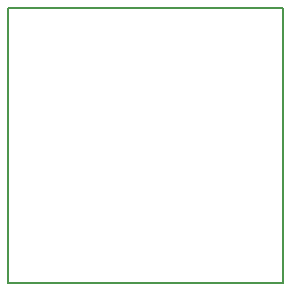
<source format=gm1>
G04 MADE WITH FRITZING*
G04 WWW.FRITZING.ORG*
G04 DOUBLE SIDED*
G04 HOLES PLATED*
G04 CONTOUR ON CENTER OF CONTOUR VECTOR*
%ASAXBY*%
%FSLAX23Y23*%
%MOIN*%
%OFA0B0*%
%SFA1.0B1.0*%
%ADD10R,0.925197X0.925197*%
%ADD11C,0.008000*%
%ADD10C,0.008*%
%LNCONTOUR*%
G90*
G70*
G54D10*
G54D11*
X4Y921D02*
X921Y921D01*
X921Y4D01*
X4Y4D01*
X4Y921D01*
D02*
G04 End of contour*
M02*
</source>
